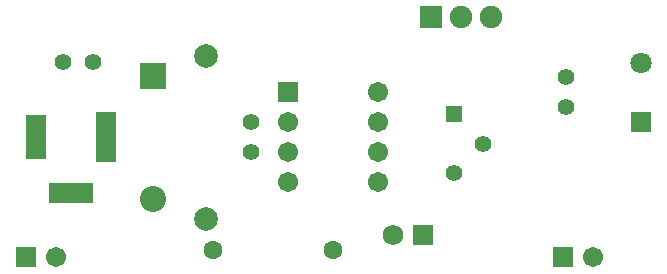
<source format=gbs>
G04*
G04 #@! TF.GenerationSoftware,Altium Limited,Altium Designer,21.7.2 (23)*
G04*
G04 Layer_Color=16711935*
%FSLAX25Y25*%
%MOIN*%
G70*
G04*
G04 #@! TF.SameCoordinates,180E5C44-9E76-4653-9B57-8D6C411527BD*
G04*
G04*
G04 #@! TF.FilePolarity,Negative*
G04*
G01*
G75*
%ADD15C,0.05524*%
%ADD16C,0.08674*%
%ADD17R,0.08674X0.08674*%
%ADD18R,0.06706X0.06706*%
%ADD19C,0.06706*%
%ADD20C,0.06312*%
%ADD21C,0.07887*%
%ADD22C,0.07493*%
%ADD23R,0.07493X0.07493*%
%ADD24C,0.06902*%
%ADD25R,0.06902X0.06902*%
%ADD26R,0.07099X0.07099*%
%ADD27C,0.07099*%
%ADD28R,0.14580X0.06706*%
%ADD29R,0.06706X0.14580*%
%ADD30R,0.06706X0.16548*%
%ADD31C,0.05512*%
%ADD32R,0.05512X0.05512*%
D15*
X40000Y72500D02*
D03*
X50000D02*
D03*
X102500Y52500D02*
D03*
Y42500D02*
D03*
X207500Y67500D02*
D03*
Y57500D02*
D03*
D16*
X70000Y26909D02*
D03*
D17*
Y68090D02*
D03*
D18*
X27500Y7500D02*
D03*
X206500D02*
D03*
X115000Y62500D02*
D03*
D19*
X37500Y7500D02*
D03*
X216500D02*
D03*
X115000Y52500D02*
D03*
Y42500D02*
D03*
Y32500D02*
D03*
X145000Y62500D02*
D03*
Y52500D02*
D03*
Y42500D02*
D03*
Y32500D02*
D03*
D20*
X130000Y10000D02*
D03*
X90000D02*
D03*
D21*
X87500Y74616D02*
D03*
Y20384D02*
D03*
D22*
X182500Y87500D02*
D03*
X172500D02*
D03*
D23*
X162500D02*
D03*
D24*
X150000Y15000D02*
D03*
D25*
X160000D02*
D03*
D26*
X232500Y52658D02*
D03*
D27*
Y72342D02*
D03*
D28*
X42500Y28996D02*
D03*
D29*
X30689Y47500D02*
D03*
D30*
X54311D02*
D03*
D31*
X179842Y45374D02*
D03*
X170158Y35531D02*
D03*
D32*
Y55216D02*
D03*
M02*

</source>
